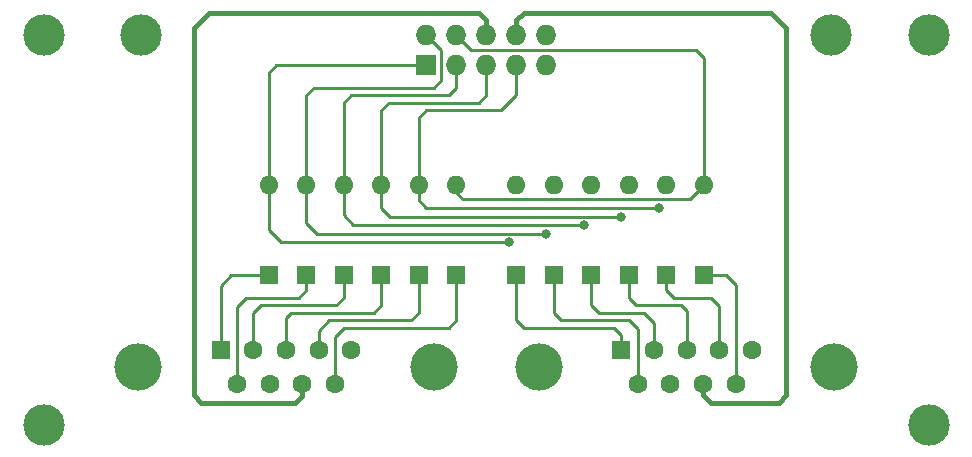
<source format=gtl>
%TF.GenerationSoftware,KiCad,Pcbnew,(5.1.8)-1*%
%TF.CreationDate,2021-01-11T00:39:27+01:00*%
%TF.ProjectId,CPC464 Splitter,43504334-3634-4205-9370-6c6974746572,rev?*%
%TF.SameCoordinates,Original*%
%TF.FileFunction,Copper,L1,Top*%
%TF.FilePolarity,Positive*%
%FSLAX46Y46*%
G04 Gerber Fmt 4.6, Leading zero omitted, Abs format (unit mm)*
G04 Created by KiCad (PCBNEW (5.1.8)-1) date 2021-01-11 00:39:27*
%MOMM*%
%LPD*%
G01*
G04 APERTURE LIST*
%TA.AperFunction,ComponentPad*%
%ADD10R,1.600000X1.600000*%
%TD*%
%TA.AperFunction,ComponentPad*%
%ADD11C,1.600000*%
%TD*%
%TA.AperFunction,ComponentPad*%
%ADD12C,4.000000*%
%TD*%
%TA.AperFunction,ComponentPad*%
%ADD13R,1.727200X1.727200*%
%TD*%
%TA.AperFunction,ComponentPad*%
%ADD14O,1.727200X1.727200*%
%TD*%
%TA.AperFunction,ComponentPad*%
%ADD15C,3.500000*%
%TD*%
%TA.AperFunction,ComponentPad*%
%ADD16O,1.600000X1.600000*%
%TD*%
%TA.AperFunction,ViaPad*%
%ADD17C,0.800000*%
%TD*%
%TA.AperFunction,Conductor*%
%ADD18C,0.250000*%
%TD*%
%TA.AperFunction,Conductor*%
%ADD19C,0.381000*%
%TD*%
G04 APERTURE END LIST*
D10*
%TO.P,J1,1*%
%TO.N,/P0_UP*%
X117200000Y-102235000D03*
D11*
%TO.P,J1,2*%
%TO.N,/P0_DOWN*%
X119970000Y-102235000D03*
%TO.P,J1,3*%
%TO.N,/P0_LEFT*%
X122740000Y-102235000D03*
%TO.P,J1,4*%
%TO.N,/P0_RIGHT*%
X125510000Y-102235000D03*
%TO.P,J1,5*%
%TO.N,Net-(J1-Pad5)*%
X128280000Y-102235000D03*
%TO.P,J1,6*%
%TO.N,/P0_FIRE1*%
X118585000Y-105075000D03*
%TO.P,J1,7*%
%TO.N,Net-(J1-Pad7)*%
X121355000Y-105075000D03*
%TO.P,J1,8*%
%TO.N,/COM1*%
X124125000Y-105075000D03*
%TO.P,J1,9*%
%TO.N,/P0_FIRE2*%
X126895000Y-105075000D03*
D12*
%TO.P,J1,0*%
%TO.N,N/C*%
X110240000Y-103655000D03*
X135240000Y-103655000D03*
%TD*%
%TO.P,J2,0*%
%TO.N,N/C*%
X169170000Y-103655000D03*
X144170000Y-103655000D03*
D11*
%TO.P,J2,9*%
%TO.N,/P1_FIRE2*%
X160825000Y-105075000D03*
%TO.P,J2,8*%
%TO.N,/COM2*%
X158055000Y-105075000D03*
%TO.P,J2,7*%
%TO.N,Net-(J2-Pad7)*%
X155285000Y-105075000D03*
%TO.P,J2,6*%
%TO.N,/P1_FIRE1*%
X152515000Y-105075000D03*
%TO.P,J2,5*%
%TO.N,Net-(J2-Pad5)*%
X162210000Y-102235000D03*
%TO.P,J2,4*%
%TO.N,/P1_RIGHT*%
X159440000Y-102235000D03*
%TO.P,J2,3*%
%TO.N,/P1_LEFT*%
X156670000Y-102235000D03*
%TO.P,J2,2*%
%TO.N,/P1_DOWN*%
X153900000Y-102235000D03*
D10*
%TO.P,J2,1*%
%TO.N,/P1_UP*%
X151130000Y-102235000D03*
%TD*%
D13*
%TO.P,J3,1*%
%TO.N,/UP*%
X134620000Y-78105000D03*
D14*
%TO.P,J3,2*%
%TO.N,/DOWN*%
X137160000Y-78105000D03*
%TO.P,J3,3*%
%TO.N,/LEFT*%
X139700000Y-78105000D03*
%TO.P,J3,4*%
%TO.N,/RIGHT*%
X142240000Y-78105000D03*
%TO.P,J3,5*%
%TO.N,Net-(J3-Pad5)*%
X144780000Y-78105000D03*
%TO.P,J3,6*%
%TO.N,/FIRE2*%
X134620000Y-75565000D03*
%TO.P,J3,7*%
%TO.N,/FIRE1*%
X137160000Y-75565000D03*
%TO.P,J3,8*%
%TO.N,/COM1*%
X139700000Y-75565000D03*
%TO.P,J3,9*%
%TO.N,/COM2*%
X142240000Y-75565000D03*
%TO.P,J3,10*%
%TO.N,Net-(J3-Pad10)*%
X144780000Y-75565000D03*
%TD*%
D15*
%TO.P,M1,1*%
%TO.N,Net-(M1-Pad1)*%
X102235000Y-108585000D03*
%TD*%
%TO.P,M2,1*%
%TO.N,Net-(M2-Pad1)*%
X177165000Y-75565000D03*
%TD*%
%TO.P,M3,1*%
%TO.N,Net-(M3-Pad1)*%
X102235000Y-75565000D03*
%TD*%
%TO.P,M4,1*%
%TO.N,Net-(M4-Pad1)*%
X177165000Y-108585000D03*
%TD*%
D16*
%TO.P,D1,2*%
%TO.N,/FIRE1*%
X137160000Y-88265000D03*
D10*
%TO.P,D1,1*%
%TO.N,/P0_FIRE2*%
X137160000Y-95885000D03*
%TD*%
%TO.P,D2,1*%
%TO.N,/P0_RIGHT*%
X133985000Y-95885000D03*
D16*
%TO.P,D2,2*%
%TO.N,/RIGHT*%
X133985000Y-88265000D03*
%TD*%
%TO.P,D3,2*%
%TO.N,/LEFT*%
X130810000Y-88265000D03*
D10*
%TO.P,D3,1*%
%TO.N,/P0_LEFT*%
X130810000Y-95885000D03*
%TD*%
D16*
%TO.P,D4,2*%
%TO.N,/DOWN*%
X127635000Y-88265000D03*
D10*
%TO.P,D4,1*%
%TO.N,/P0_DOWN*%
X127635000Y-95885000D03*
%TD*%
%TO.P,D5,1*%
%TO.N,/P0_FIRE1*%
X124460000Y-95885000D03*
D16*
%TO.P,D5,2*%
%TO.N,/FIRE2*%
X124460000Y-88265000D03*
%TD*%
%TO.P,D6,2*%
%TO.N,/UP*%
X121285000Y-88265000D03*
D10*
%TO.P,D6,1*%
%TO.N,/P0_UP*%
X121285000Y-95885000D03*
%TD*%
D16*
%TO.P,D7,2*%
%TO.N,/FIRE1*%
X158115000Y-88265000D03*
D10*
%TO.P,D7,1*%
%TO.N,/P1_FIRE2*%
X158115000Y-95885000D03*
%TD*%
%TO.P,D8,1*%
%TO.N,/P1_RIGHT*%
X154940000Y-95885000D03*
D16*
%TO.P,D8,2*%
%TO.N,/RIGHT*%
X154940000Y-88265000D03*
%TD*%
D10*
%TO.P,D9,1*%
%TO.N,/P1_LEFT*%
X151765000Y-95885000D03*
D16*
%TO.P,D9,2*%
%TO.N,/LEFT*%
X151765000Y-88265000D03*
%TD*%
D10*
%TO.P,D10,1*%
%TO.N,/P1_DOWN*%
X148590000Y-95885000D03*
D16*
%TO.P,D10,2*%
%TO.N,/DOWN*%
X148590000Y-88265000D03*
%TD*%
D10*
%TO.P,D11,1*%
%TO.N,/P1_FIRE1*%
X145415000Y-95885000D03*
D16*
%TO.P,D11,2*%
%TO.N,/FIRE2*%
X145415000Y-88265000D03*
%TD*%
%TO.P,D12,2*%
%TO.N,/UP*%
X142240000Y-88265000D03*
D10*
%TO.P,D12,1*%
%TO.N,/P1_UP*%
X142240000Y-95885000D03*
%TD*%
D15*
%TO.P,M5,1*%
%TO.N,Net-(M5-Pad1)*%
X168910000Y-75565000D03*
%TD*%
%TO.P,M6,1*%
%TO.N,Net-(M6-Pad1)*%
X110490000Y-75565000D03*
%TD*%
D17*
%TO.N,/RIGHT*%
X154305000Y-90170000D03*
%TO.N,/LEFT*%
X151130000Y-90895000D03*
%TO.N,/DOWN*%
X147955000Y-91620000D03*
%TO.N,/FIRE2*%
X144780000Y-92345000D03*
%TO.N,/UP*%
X141605000Y-93070000D03*
%TD*%
D18*
%TO.N,/FIRE1*%
X157315001Y-89064999D02*
X158115000Y-88265000D01*
X156935002Y-89444998D02*
X157315001Y-89064999D01*
X137704998Y-89444998D02*
X156935002Y-89444998D01*
X137160000Y-88900000D02*
X137704998Y-89444998D01*
X137160000Y-88265000D02*
X137160000Y-88900000D01*
X158115000Y-77470000D02*
X158115000Y-88265000D01*
X157480000Y-76835000D02*
X158115000Y-77470000D01*
X137160000Y-75565000D02*
X138430000Y-76835000D01*
X138430000Y-76835000D02*
X157480000Y-76835000D01*
%TO.N,/P0_FIRE2*%
X126895000Y-105075000D02*
X126895000Y-101070000D01*
X126895000Y-101070000D02*
X127635000Y-100330000D01*
X127635000Y-100330000D02*
X136525000Y-100330000D01*
X137160000Y-99695000D02*
X137160000Y-95885000D01*
X136525000Y-100330000D02*
X137160000Y-99695000D01*
%TO.N,/P1_RIGHT*%
X154940000Y-95885000D02*
X154940000Y-97155000D01*
X154940000Y-97155000D02*
X155575000Y-97790000D01*
X155575000Y-97790000D02*
X158750000Y-97790000D01*
X159440000Y-98480000D02*
X159440000Y-102235000D01*
X158750000Y-97790000D02*
X159440000Y-98480000D01*
%TO.N,/RIGHT*%
X134620000Y-90170000D02*
X154305000Y-90170000D01*
X133985000Y-89535000D02*
X134620000Y-90170000D01*
X133985000Y-88265000D02*
X133985000Y-89535000D01*
X133985000Y-82550000D02*
X133985000Y-88265000D01*
X134620000Y-81915000D02*
X133985000Y-82550000D01*
X140970000Y-81915000D02*
X134620000Y-81915000D01*
X142240000Y-80645000D02*
X140970000Y-81915000D01*
X142240000Y-78105000D02*
X142240000Y-80645000D01*
%TO.N,/LEFT*%
X130810000Y-88265000D02*
X130810000Y-90170000D01*
X131535000Y-90895000D02*
X151130000Y-90895000D01*
X130810000Y-90170000D02*
X131535000Y-90895000D01*
X130810000Y-81915000D02*
X130810000Y-88265000D01*
X131445000Y-81280000D02*
X130810000Y-81915000D01*
X139065000Y-81280000D02*
X131445000Y-81280000D01*
X139700000Y-80645000D02*
X139065000Y-81280000D01*
X139700000Y-78105000D02*
X139700000Y-80645000D01*
%TO.N,/P1_LEFT*%
X151765000Y-95885000D02*
X151765000Y-97790000D01*
X151765000Y-97790000D02*
X152400000Y-98425000D01*
X152400000Y-98425000D02*
X156210000Y-98425000D01*
X156670000Y-98885000D02*
X156670000Y-102235000D01*
X156210000Y-98425000D02*
X156670000Y-98885000D01*
%TO.N,/DOWN*%
X127635000Y-88265000D02*
X127635000Y-90805000D01*
X128450000Y-91620000D02*
X147955000Y-91620000D01*
X127635000Y-90805000D02*
X128450000Y-91620000D01*
X127635000Y-81280000D02*
X127635000Y-88265000D01*
X128270000Y-80645000D02*
X127635000Y-81280000D01*
X136525000Y-80645000D02*
X128270000Y-80645000D01*
X137160000Y-80010000D02*
X136525000Y-80645000D01*
X137160000Y-78105000D02*
X137160000Y-80010000D01*
%TO.N,/P1_DOWN*%
X148590000Y-95885000D02*
X148590000Y-98425000D01*
X148590000Y-98425000D02*
X149225000Y-99060000D01*
X149225000Y-99060000D02*
X153035000Y-99060000D01*
X153900000Y-99925000D02*
X153900000Y-102235000D01*
X153035000Y-99060000D02*
X153900000Y-99925000D01*
%TO.N,/P0_FIRE1*%
X118585000Y-105075000D02*
X118585000Y-98585000D01*
X118585000Y-98585000D02*
X119380000Y-97790000D01*
X119380000Y-97790000D02*
X123825000Y-97790000D01*
X124460000Y-97155000D02*
X124460000Y-95885000D01*
X123825000Y-97790000D02*
X124460000Y-97155000D01*
%TO.N,/FIRE2*%
X124460000Y-88265000D02*
X124460000Y-91440000D01*
X125365000Y-92345000D02*
X144780000Y-92345000D01*
X124460000Y-91440000D02*
X125365000Y-92345000D01*
X124460000Y-80645000D02*
X124460000Y-88265000D01*
X125095000Y-80010000D02*
X124460000Y-80645000D01*
X135255000Y-80010000D02*
X125095000Y-80010000D01*
X135890000Y-79375000D02*
X135255000Y-80010000D01*
X135890000Y-76835000D02*
X134620000Y-75565000D01*
X135890000Y-76835000D02*
X135890000Y-79375000D01*
%TO.N,/UP*%
X134620000Y-78105000D02*
X121920000Y-78105000D01*
X121285000Y-78740000D02*
X121285000Y-88265000D01*
X121920000Y-78105000D02*
X121285000Y-78740000D01*
X121285000Y-88265000D02*
X121285000Y-92075000D01*
X122280000Y-93070000D02*
X141605000Y-93070000D01*
X121285000Y-92075000D02*
X122280000Y-93070000D01*
%TO.N,/P1_UP*%
X142240000Y-95885000D02*
X142240000Y-99695000D01*
X142240000Y-99695000D02*
X142875000Y-100330000D01*
X142875000Y-100330000D02*
X150495000Y-100330000D01*
X151130000Y-100965000D02*
X151130000Y-102235000D01*
X150495000Y-100330000D02*
X151130000Y-100965000D01*
%TO.N,/P1_FIRE2*%
X160825000Y-105075000D02*
X160825000Y-96690000D01*
X160020000Y-95885000D02*
X158115000Y-95885000D01*
X160825000Y-96690000D02*
X160020000Y-95885000D01*
%TO.N,/P1_FIRE1*%
X145415000Y-99060000D02*
X145415000Y-95885000D01*
X146050000Y-99695000D02*
X145415000Y-99060000D01*
X151765000Y-99695000D02*
X146050000Y-99695000D01*
X152515000Y-100445000D02*
X151765000Y-99695000D01*
X152515000Y-105075000D02*
X152515000Y-100445000D01*
D19*
%TO.N,/COM1*%
X139700000Y-74295000D02*
X139700000Y-75565000D01*
X116205000Y-73660000D02*
X139065000Y-73660000D01*
X114935000Y-74930000D02*
X116205000Y-73660000D01*
X114935000Y-106045000D02*
X114935000Y-74930000D01*
X115570000Y-106680000D02*
X114935000Y-106045000D01*
X123525000Y-106680000D02*
X115570000Y-106680000D01*
X139065000Y-73660000D02*
X139700000Y-74295000D01*
X124125000Y-106080000D02*
X123525000Y-106680000D01*
X124125000Y-105075000D02*
X124125000Y-106080000D01*
%TO.N,/COM2*%
X142240000Y-74295000D02*
X142240000Y-75565000D01*
X163830000Y-73660000D02*
X142875000Y-73660000D01*
X142875000Y-73660000D02*
X142240000Y-74295000D01*
X165100000Y-106045000D02*
X165100000Y-74930000D01*
X164465000Y-106680000D02*
X165100000Y-106045000D01*
X158750000Y-106680000D02*
X164465000Y-106680000D01*
X158055000Y-105985000D02*
X158750000Y-106680000D01*
X165100000Y-74930000D02*
X163830000Y-73660000D01*
X158055000Y-105075000D02*
X158055000Y-105985000D01*
D18*
%TO.N,/P0_RIGHT*%
X125510000Y-102235000D02*
X125510000Y-100550000D01*
X125510000Y-100550000D02*
X126365000Y-99695000D01*
X126365000Y-99695000D02*
X133350000Y-99695000D01*
X133985000Y-99060000D02*
X133985000Y-95885000D01*
X133350000Y-99695000D02*
X133985000Y-99060000D01*
%TO.N,/P0_LEFT*%
X122740000Y-102235000D02*
X122740000Y-99510000D01*
X122740000Y-99510000D02*
X123190000Y-99060000D01*
X123190000Y-99060000D02*
X130175000Y-99060000D01*
X130175000Y-99060000D02*
X130810000Y-98425000D01*
X130810000Y-98425000D02*
X130810000Y-95885000D01*
%TO.N,/P0_DOWN*%
X119970000Y-102235000D02*
X119970000Y-99105000D01*
X119970000Y-99105000D02*
X120650000Y-98425000D01*
X120650000Y-98425000D02*
X127000000Y-98425000D01*
X127635000Y-97790000D02*
X127635000Y-95885000D01*
X127000000Y-98425000D02*
X127635000Y-97790000D01*
%TO.N,/P0_UP*%
X117200000Y-102235000D02*
X117200000Y-96795000D01*
X118110000Y-95885000D02*
X121285000Y-95885000D01*
X117200000Y-96795000D02*
X118110000Y-95885000D01*
%TD*%
M02*

</source>
